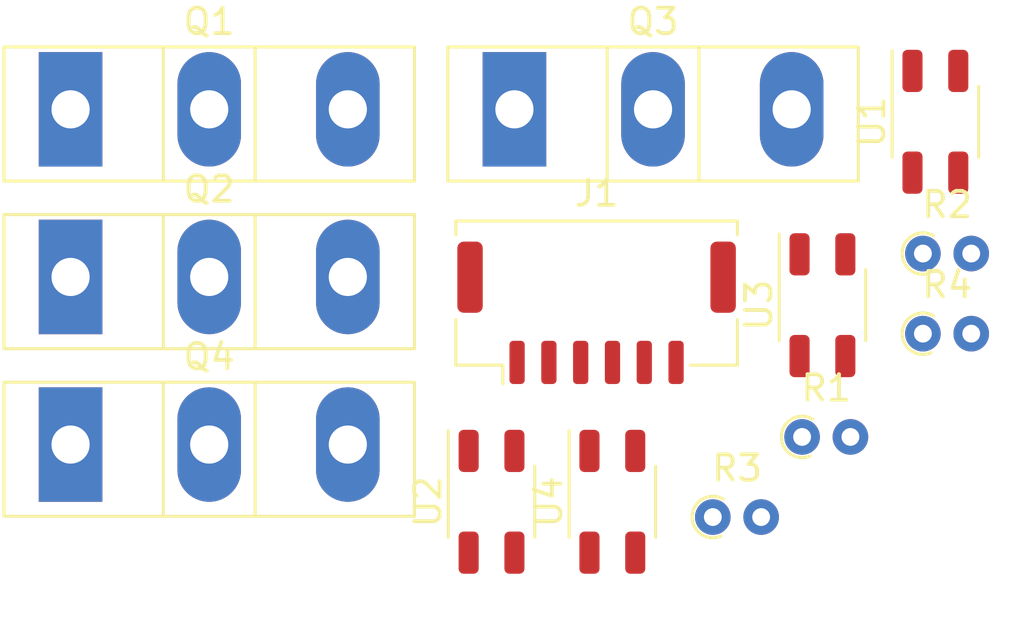
<source format=kicad_pcb>
(kicad_pcb (version 20171130) (host pcbnew 5.1.6)

  (general
    (thickness 1.6)
    (drawings 0)
    (tracks 0)
    (zones 0)
    (modules 13)
    (nets 15)
  )

  (page A4)
  (layers
    (0 F.Cu signal)
    (31 B.Cu signal)
    (32 B.Adhes user)
    (33 F.Adhes user)
    (34 B.Paste user)
    (35 F.Paste user)
    (36 B.SilkS user)
    (37 F.SilkS user)
    (38 B.Mask user)
    (39 F.Mask user)
    (40 Dwgs.User user)
    (41 Cmts.User user)
    (42 Eco1.User user)
    (43 Eco2.User user)
    (44 Edge.Cuts user)
    (45 Margin user)
    (46 B.CrtYd user)
    (47 F.CrtYd user)
    (48 B.Fab user)
    (49 F.Fab user)
  )

  (setup
    (last_trace_width 0.25)
    (trace_clearance 0.2)
    (zone_clearance 0.508)
    (zone_45_only no)
    (trace_min 0.2)
    (via_size 0.8)
    (via_drill 0.4)
    (via_min_size 0.4)
    (via_min_drill 0.3)
    (uvia_size 0.3)
    (uvia_drill 0.1)
    (uvias_allowed no)
    (uvia_min_size 0.2)
    (uvia_min_drill 0.1)
    (edge_width 0.05)
    (segment_width 0.2)
    (pcb_text_width 0.3)
    (pcb_text_size 1.5 1.5)
    (mod_edge_width 0.12)
    (mod_text_size 1 1)
    (mod_text_width 0.15)
    (pad_size 1.524 1.524)
    (pad_drill 0.762)
    (pad_to_mask_clearance 0.05)
    (aux_axis_origin 0 0)
    (visible_elements FFFFFF7F)
    (pcbplotparams
      (layerselection 0x010fc_ffffffff)
      (usegerberextensions false)
      (usegerberattributes true)
      (usegerberadvancedattributes true)
      (creategerberjobfile true)
      (excludeedgelayer true)
      (linewidth 0.100000)
      (plotframeref false)
      (viasonmask false)
      (mode 1)
      (useauxorigin false)
      (hpglpennumber 1)
      (hpglpenspeed 20)
      (hpglpendiameter 15.000000)
      (psnegative false)
      (psa4output false)
      (plotreference true)
      (plotvalue true)
      (plotinvisibletext false)
      (padsonsilk false)
      (subtractmaskfromsilk false)
      (outputformat 1)
      (mirror false)
      (drillshape 1)
      (scaleselection 1)
      (outputdirectory ""))
  )

  (net 0 "")
  (net 1 /sense2)
  (net 2 /sense1)
  (net 3 /row2)
  (net 4 /row1)
  (net 5 /col2)
  (net 6 /col1)
  (net 7 GND)
  (net 8 "Net-(Q1-Pad2)")
  (net 9 "Net-(Q2-Pad2)")
  (net 10 "Net-(Q3-Pad3)")
  (net 11 +5V)
  (net 12 "Net-(Q4-Pad3)")
  (net 13 "Net-(R1-Pad2)")
  (net 14 "Net-(R3-Pad2)")

  (net_class Default "This is the default net class."
    (clearance 0.2)
    (trace_width 0.25)
    (via_dia 0.8)
    (via_drill 0.4)
    (uvia_dia 0.3)
    (uvia_drill 0.1)
    (add_net +5V)
    (add_net /col1)
    (add_net /col2)
    (add_net /row1)
    (add_net /row2)
    (add_net /sense1)
    (add_net /sense2)
    (add_net GND)
    (add_net "Net-(Q1-Pad2)")
    (add_net "Net-(Q2-Pad2)")
    (add_net "Net-(Q3-Pad3)")
    (add_net "Net-(Q4-Pad3)")
    (add_net "Net-(R1-Pad2)")
    (add_net "Net-(R3-Pad2)")
  )

  (module OptoDevice:OnSemi_CASE100CY (layer F.Cu) (tedit 5B870A92) (tstamp 5F382268)
    (at 116.19 100.14)
    (descr "OnSemi CASE 100CY, light-direction upwards, see http://www.onsemi.com/pub/Collateral/QRE1113-D.PDF")
    (tags "refective opto couple photo coupler")
    (path /5F37E0E5)
    (attr smd)
    (fp_text reference U4 (at -2.5 0 90) (layer F.SilkS)
      (effects (font (size 1 1) (thickness 0.15)))
    )
    (fp_text value QRE1113 (at 0 3.9) (layer F.Fab)
      (effects (font (size 1 1) (thickness 0.15)))
    )
    (fp_text user %R (at 0 0.2) (layer F.Fab)
      (effects (font (size 0.75 0.75) (thickness 0.15)))
    )
    (fp_line (start 1.7 1.4) (end 1.7 -1.4) (layer F.SilkS) (width 0.12))
    (fp_line (start -1.7 1.4) (end -1.7 -2.8) (layer F.SilkS) (width 0.12))
    (fp_line (start -1.6 -0.8) (end -1.1 -1.3) (layer F.Fab) (width 0.1))
    (fp_line (start -1.1 -1.3) (end 1.6 -1.3) (layer F.Fab) (width 0.1))
    (fp_line (start -1.6 1.3) (end -1.6 -0.8) (layer F.Fab) (width 0.1))
    (fp_line (start 1.6 1.3) (end -1.6 1.3) (layer F.Fab) (width 0.1))
    (fp_line (start 1.6 -1.3) (end 1.6 1.3) (layer F.Fab) (width 0.1))
    (fp_line (start -1.85 -3.08) (end 1.85 -3.08) (layer F.CrtYd) (width 0.05))
    (fp_line (start -1.85 -3.08) (end -1.85 3.08) (layer F.CrtYd) (width 0.05))
    (fp_line (start 1.85 3.08) (end 1.85 -3.08) (layer F.CrtYd) (width 0.05))
    (fp_line (start 1.85 3.08) (end -1.85 3.08) (layer F.CrtYd) (width 0.05))
    (pad 4 smd roundrect (at 0.9 -2) (size 0.79 1.66) (layers F.Cu F.Paste F.Mask) (roundrect_rratio 0.25)
      (net 8 "Net-(Q1-Pad2)"))
    (pad 1 smd roundrect (at -0.9 -2) (size 0.79 1.66) (layers F.Cu F.Paste F.Mask) (roundrect_rratio 0.25)
      (net 14 "Net-(R3-Pad2)"))
    (pad 2 smd roundrect (at -0.9 2) (size 0.79 1.66) (layers F.Cu F.Paste F.Mask) (roundrect_rratio 0.25)
      (net 8 "Net-(Q1-Pad2)"))
    (pad 3 smd roundrect (at 0.9 2) (size 0.79 1.66) (layers F.Cu F.Paste F.Mask) (roundrect_rratio 0.25)
      (net 1 /sense2))
    (model ${KISYS3DMOD}/OptoDevice.3dshapes/OnSemi_CASE100CY.wrl
      (at (xyz 0 0 0))
      (scale (xyz 1 1 1))
      (rotate (xyz 0 0 0))
    )
  )

  (module OptoDevice:OnSemi_CASE100CY (layer F.Cu) (tedit 5B870A92) (tstamp 5F382254)
    (at 124.45 92.41)
    (descr "OnSemi CASE 100CY, light-direction upwards, see http://www.onsemi.com/pub/Collateral/QRE1113-D.PDF")
    (tags "refective opto couple photo coupler")
    (path /5F380254)
    (attr smd)
    (fp_text reference U3 (at -2.5 0 90) (layer F.SilkS)
      (effects (font (size 1 1) (thickness 0.15)))
    )
    (fp_text value QRE1113 (at 0 3.9) (layer F.Fab)
      (effects (font (size 1 1) (thickness 0.15)))
    )
    (fp_text user %R (at 0 0.2) (layer F.Fab)
      (effects (font (size 0.75 0.75) (thickness 0.15)))
    )
    (fp_line (start 1.7 1.4) (end 1.7 -1.4) (layer F.SilkS) (width 0.12))
    (fp_line (start -1.7 1.4) (end -1.7 -2.8) (layer F.SilkS) (width 0.12))
    (fp_line (start -1.6 -0.8) (end -1.1 -1.3) (layer F.Fab) (width 0.1))
    (fp_line (start -1.1 -1.3) (end 1.6 -1.3) (layer F.Fab) (width 0.1))
    (fp_line (start -1.6 1.3) (end -1.6 -0.8) (layer F.Fab) (width 0.1))
    (fp_line (start 1.6 1.3) (end -1.6 1.3) (layer F.Fab) (width 0.1))
    (fp_line (start 1.6 -1.3) (end 1.6 1.3) (layer F.Fab) (width 0.1))
    (fp_line (start -1.85 -3.08) (end 1.85 -3.08) (layer F.CrtYd) (width 0.05))
    (fp_line (start -1.85 -3.08) (end -1.85 3.08) (layer F.CrtYd) (width 0.05))
    (fp_line (start 1.85 3.08) (end 1.85 -3.08) (layer F.CrtYd) (width 0.05))
    (fp_line (start 1.85 3.08) (end -1.85 3.08) (layer F.CrtYd) (width 0.05))
    (pad 4 smd roundrect (at 0.9 -2) (size 0.79 1.66) (layers F.Cu F.Paste F.Mask) (roundrect_rratio 0.25)
      (net 9 "Net-(Q2-Pad2)"))
    (pad 1 smd roundrect (at -0.9 -2) (size 0.79 1.66) (layers F.Cu F.Paste F.Mask) (roundrect_rratio 0.25)
      (net 14 "Net-(R3-Pad2)"))
    (pad 2 smd roundrect (at -0.9 2) (size 0.79 1.66) (layers F.Cu F.Paste F.Mask) (roundrect_rratio 0.25)
      (net 9 "Net-(Q2-Pad2)"))
    (pad 3 smd roundrect (at 0.9 2) (size 0.79 1.66) (layers F.Cu F.Paste F.Mask) (roundrect_rratio 0.25)
      (net 1 /sense2))
    (model ${KISYS3DMOD}/OptoDevice.3dshapes/OnSemi_CASE100CY.wrl
      (at (xyz 0 0 0))
      (scale (xyz 1 1 1))
      (rotate (xyz 0 0 0))
    )
  )

  (module OptoDevice:OnSemi_CASE100CY (layer F.Cu) (tedit 5B870A92) (tstamp 5F382240)
    (at 111.44 100.14)
    (descr "OnSemi CASE 100CY, light-direction upwards, see http://www.onsemi.com/pub/Collateral/QRE1113-D.PDF")
    (tags "refective opto couple photo coupler")
    (path /5F37F0DD)
    (attr smd)
    (fp_text reference U2 (at -2.5 0 90) (layer F.SilkS)
      (effects (font (size 1 1) (thickness 0.15)))
    )
    (fp_text value QRE1113 (at 0 3.9) (layer F.Fab)
      (effects (font (size 1 1) (thickness 0.15)))
    )
    (fp_text user %R (at 0 0.2) (layer F.Fab)
      (effects (font (size 0.75 0.75) (thickness 0.15)))
    )
    (fp_line (start 1.7 1.4) (end 1.7 -1.4) (layer F.SilkS) (width 0.12))
    (fp_line (start -1.7 1.4) (end -1.7 -2.8) (layer F.SilkS) (width 0.12))
    (fp_line (start -1.6 -0.8) (end -1.1 -1.3) (layer F.Fab) (width 0.1))
    (fp_line (start -1.1 -1.3) (end 1.6 -1.3) (layer F.Fab) (width 0.1))
    (fp_line (start -1.6 1.3) (end -1.6 -0.8) (layer F.Fab) (width 0.1))
    (fp_line (start 1.6 1.3) (end -1.6 1.3) (layer F.Fab) (width 0.1))
    (fp_line (start 1.6 -1.3) (end 1.6 1.3) (layer F.Fab) (width 0.1))
    (fp_line (start -1.85 -3.08) (end 1.85 -3.08) (layer F.CrtYd) (width 0.05))
    (fp_line (start -1.85 -3.08) (end -1.85 3.08) (layer F.CrtYd) (width 0.05))
    (fp_line (start 1.85 3.08) (end 1.85 -3.08) (layer F.CrtYd) (width 0.05))
    (fp_line (start 1.85 3.08) (end -1.85 3.08) (layer F.CrtYd) (width 0.05))
    (pad 4 smd roundrect (at 0.9 -2) (size 0.79 1.66) (layers F.Cu F.Paste F.Mask) (roundrect_rratio 0.25)
      (net 9 "Net-(Q2-Pad2)"))
    (pad 1 smd roundrect (at -0.9 -2) (size 0.79 1.66) (layers F.Cu F.Paste F.Mask) (roundrect_rratio 0.25)
      (net 13 "Net-(R1-Pad2)"))
    (pad 2 smd roundrect (at -0.9 2) (size 0.79 1.66) (layers F.Cu F.Paste F.Mask) (roundrect_rratio 0.25)
      (net 9 "Net-(Q2-Pad2)"))
    (pad 3 smd roundrect (at 0.9 2) (size 0.79 1.66) (layers F.Cu F.Paste F.Mask) (roundrect_rratio 0.25)
      (net 2 /sense1))
    (model ${KISYS3DMOD}/OptoDevice.3dshapes/OnSemi_CASE100CY.wrl
      (at (xyz 0 0 0))
      (scale (xyz 1 1 1))
      (rotate (xyz 0 0 0))
    )
  )

  (module OptoDevice:OnSemi_CASE100CY (layer F.Cu) (tedit 5B870A92) (tstamp 5F38222C)
    (at 128.89 85.2)
    (descr "OnSemi CASE 100CY, light-direction upwards, see http://www.onsemi.com/pub/Collateral/QRE1113-D.PDF")
    (tags "refective opto couple photo coupler")
    (path /5F37C030)
    (attr smd)
    (fp_text reference U1 (at -2.5 0 90) (layer F.SilkS)
      (effects (font (size 1 1) (thickness 0.15)))
    )
    (fp_text value QRE1113 (at 0 3.9) (layer F.Fab)
      (effects (font (size 1 1) (thickness 0.15)))
    )
    (fp_text user %R (at 0 0.2) (layer F.Fab)
      (effects (font (size 0.75 0.75) (thickness 0.15)))
    )
    (fp_line (start 1.7 1.4) (end 1.7 -1.4) (layer F.SilkS) (width 0.12))
    (fp_line (start -1.7 1.4) (end -1.7 -2.8) (layer F.SilkS) (width 0.12))
    (fp_line (start -1.6 -0.8) (end -1.1 -1.3) (layer F.Fab) (width 0.1))
    (fp_line (start -1.1 -1.3) (end 1.6 -1.3) (layer F.Fab) (width 0.1))
    (fp_line (start -1.6 1.3) (end -1.6 -0.8) (layer F.Fab) (width 0.1))
    (fp_line (start 1.6 1.3) (end -1.6 1.3) (layer F.Fab) (width 0.1))
    (fp_line (start 1.6 -1.3) (end 1.6 1.3) (layer F.Fab) (width 0.1))
    (fp_line (start -1.85 -3.08) (end 1.85 -3.08) (layer F.CrtYd) (width 0.05))
    (fp_line (start -1.85 -3.08) (end -1.85 3.08) (layer F.CrtYd) (width 0.05))
    (fp_line (start 1.85 3.08) (end 1.85 -3.08) (layer F.CrtYd) (width 0.05))
    (fp_line (start 1.85 3.08) (end -1.85 3.08) (layer F.CrtYd) (width 0.05))
    (pad 4 smd roundrect (at 0.9 -2) (size 0.79 1.66) (layers F.Cu F.Paste F.Mask) (roundrect_rratio 0.25)
      (net 8 "Net-(Q1-Pad2)"))
    (pad 1 smd roundrect (at -0.9 -2) (size 0.79 1.66) (layers F.Cu F.Paste F.Mask) (roundrect_rratio 0.25)
      (net 13 "Net-(R1-Pad2)"))
    (pad 2 smd roundrect (at -0.9 2) (size 0.79 1.66) (layers F.Cu F.Paste F.Mask) (roundrect_rratio 0.25)
      (net 8 "Net-(Q1-Pad2)"))
    (pad 3 smd roundrect (at 0.9 2) (size 0.79 1.66) (layers F.Cu F.Paste F.Mask) (roundrect_rratio 0.25)
      (net 2 /sense1))
    (model ${KISYS3DMOD}/OptoDevice.3dshapes/OnSemi_CASE100CY.wrl
      (at (xyz 0 0 0))
      (scale (xyz 1 1 1))
      (rotate (xyz 0 0 0))
    )
  )

  (module Resistor_THT:R_Axial_DIN0204_L3.6mm_D1.6mm_P1.90mm_Vertical (layer F.Cu) (tedit 5AE5139B) (tstamp 5F382218)
    (at 128.4 93.53)
    (descr "Resistor, Axial_DIN0204 series, Axial, Vertical, pin pitch=1.9mm, 0.167W, length*diameter=3.6*1.6mm^2, http://cdn-reichelt.de/documents/datenblatt/B400/1_4W%23YAG.pdf")
    (tags "Resistor Axial_DIN0204 series Axial Vertical pin pitch 1.9mm 0.167W length 3.6mm diameter 1.6mm")
    (path /5F3851E4)
    (fp_text reference R4 (at 0.95 -1.92) (layer F.SilkS)
      (effects (font (size 1 1) (thickness 0.15)))
    )
    (fp_text value 10k (at 0.95 1.92) (layer F.Fab)
      (effects (font (size 1 1) (thickness 0.15)))
    )
    (fp_text user %R (at 0.95 -1.92) (layer F.Fab)
      (effects (font (size 1 1) (thickness 0.15)))
    )
    (fp_arc (start 0 0) (end 0.417133 -0.7) (angle -233.92106) (layer F.SilkS) (width 0.12))
    (fp_circle (center 0 0) (end 0.8 0) (layer F.Fab) (width 0.1))
    (fp_line (start 0 0) (end 1.9 0) (layer F.Fab) (width 0.1))
    (fp_line (start -1.05 -1.05) (end -1.05 1.05) (layer F.CrtYd) (width 0.05))
    (fp_line (start -1.05 1.05) (end 2.86 1.05) (layer F.CrtYd) (width 0.05))
    (fp_line (start 2.86 1.05) (end 2.86 -1.05) (layer F.CrtYd) (width 0.05))
    (fp_line (start 2.86 -1.05) (end -1.05 -1.05) (layer F.CrtYd) (width 0.05))
    (pad 2 thru_hole oval (at 1.9 0) (size 1.4 1.4) (drill 0.7) (layers *.Cu *.Mask)
      (net 1 /sense2))
    (pad 1 thru_hole circle (at 0 0) (size 1.4 1.4) (drill 0.7) (layers *.Cu *.Mask)
      (net 12 "Net-(Q4-Pad3)"))
    (model ${KISYS3DMOD}/Resistor_THT.3dshapes/R_Axial_DIN0204_L3.6mm_D1.6mm_P1.90mm_Vertical.wrl
      (at (xyz 0 0 0))
      (scale (xyz 1 1 1))
      (rotate (xyz 0 0 0))
    )
  )

  (module Resistor_THT:R_Axial_DIN0204_L3.6mm_D1.6mm_P1.90mm_Vertical (layer F.Cu) (tedit 5AE5139B) (tstamp 5F38220A)
    (at 120.14 100.74)
    (descr "Resistor, Axial_DIN0204 series, Axial, Vertical, pin pitch=1.9mm, 0.167W, length*diameter=3.6*1.6mm^2, http://cdn-reichelt.de/documents/datenblatt/B400/1_4W%23YAG.pdf")
    (tags "Resistor Axial_DIN0204 series Axial Vertical pin pitch 1.9mm 0.167W length 3.6mm diameter 1.6mm")
    (path /5F38475D)
    (fp_text reference R3 (at 0.95 -1.92) (layer F.SilkS)
      (effects (font (size 1 1) (thickness 0.15)))
    )
    (fp_text value 330 (at 0.95 1.92) (layer F.Fab)
      (effects (font (size 1 1) (thickness 0.15)))
    )
    (fp_text user %R (at 0.95 -1.92) (layer F.Fab)
      (effects (font (size 1 1) (thickness 0.15)))
    )
    (fp_arc (start 0 0) (end 0.417133 -0.7) (angle -233.92106) (layer F.SilkS) (width 0.12))
    (fp_circle (center 0 0) (end 0.8 0) (layer F.Fab) (width 0.1))
    (fp_line (start 0 0) (end 1.9 0) (layer F.Fab) (width 0.1))
    (fp_line (start -1.05 -1.05) (end -1.05 1.05) (layer F.CrtYd) (width 0.05))
    (fp_line (start -1.05 1.05) (end 2.86 1.05) (layer F.CrtYd) (width 0.05))
    (fp_line (start 2.86 1.05) (end 2.86 -1.05) (layer F.CrtYd) (width 0.05))
    (fp_line (start 2.86 -1.05) (end -1.05 -1.05) (layer F.CrtYd) (width 0.05))
    (pad 2 thru_hole oval (at 1.9 0) (size 1.4 1.4) (drill 0.7) (layers *.Cu *.Mask)
      (net 14 "Net-(R3-Pad2)"))
    (pad 1 thru_hole circle (at 0 0) (size 1.4 1.4) (drill 0.7) (layers *.Cu *.Mask)
      (net 12 "Net-(Q4-Pad3)"))
    (model ${KISYS3DMOD}/Resistor_THT.3dshapes/R_Axial_DIN0204_L3.6mm_D1.6mm_P1.90mm_Vertical.wrl
      (at (xyz 0 0 0))
      (scale (xyz 1 1 1))
      (rotate (xyz 0 0 0))
    )
  )

  (module Resistor_THT:R_Axial_DIN0204_L3.6mm_D1.6mm_P1.90mm_Vertical (layer F.Cu) (tedit 5AE5139B) (tstamp 5F3821FC)
    (at 128.4 90.38)
    (descr "Resistor, Axial_DIN0204 series, Axial, Vertical, pin pitch=1.9mm, 0.167W, length*diameter=3.6*1.6mm^2, http://cdn-reichelt.de/documents/datenblatt/B400/1_4W%23YAG.pdf")
    (tags "Resistor Axial_DIN0204 series Axial Vertical pin pitch 1.9mm 0.167W length 3.6mm diameter 1.6mm")
    (path /5F384DD2)
    (fp_text reference R2 (at 0.95 -1.92) (layer F.SilkS)
      (effects (font (size 1 1) (thickness 0.15)))
    )
    (fp_text value 10k (at 0.95 1.92) (layer F.Fab)
      (effects (font (size 1 1) (thickness 0.15)))
    )
    (fp_text user %R (at 0.95 -1.92) (layer F.Fab)
      (effects (font (size 1 1) (thickness 0.15)))
    )
    (fp_arc (start 0 0) (end 0.417133 -0.7) (angle -233.92106) (layer F.SilkS) (width 0.12))
    (fp_circle (center 0 0) (end 0.8 0) (layer F.Fab) (width 0.1))
    (fp_line (start 0 0) (end 1.9 0) (layer F.Fab) (width 0.1))
    (fp_line (start -1.05 -1.05) (end -1.05 1.05) (layer F.CrtYd) (width 0.05))
    (fp_line (start -1.05 1.05) (end 2.86 1.05) (layer F.CrtYd) (width 0.05))
    (fp_line (start 2.86 1.05) (end 2.86 -1.05) (layer F.CrtYd) (width 0.05))
    (fp_line (start 2.86 -1.05) (end -1.05 -1.05) (layer F.CrtYd) (width 0.05))
    (pad 2 thru_hole oval (at 1.9 0) (size 1.4 1.4) (drill 0.7) (layers *.Cu *.Mask)
      (net 2 /sense1))
    (pad 1 thru_hole circle (at 0 0) (size 1.4 1.4) (drill 0.7) (layers *.Cu *.Mask)
      (net 10 "Net-(Q3-Pad3)"))
    (model ${KISYS3DMOD}/Resistor_THT.3dshapes/R_Axial_DIN0204_L3.6mm_D1.6mm_P1.90mm_Vertical.wrl
      (at (xyz 0 0 0))
      (scale (xyz 1 1 1))
      (rotate (xyz 0 0 0))
    )
  )

  (module Resistor_THT:R_Axial_DIN0204_L3.6mm_D1.6mm_P1.90mm_Vertical (layer F.Cu) (tedit 5AE5139B) (tstamp 5F3821EE)
    (at 123.65 97.59)
    (descr "Resistor, Axial_DIN0204 series, Axial, Vertical, pin pitch=1.9mm, 0.167W, length*diameter=3.6*1.6mm^2, http://cdn-reichelt.de/documents/datenblatt/B400/1_4W%23YAG.pdf")
    (tags "Resistor Axial_DIN0204 series Axial Vertical pin pitch 1.9mm 0.167W length 3.6mm diameter 1.6mm")
    (path /5F383F48)
    (fp_text reference R1 (at 0.95 -1.92) (layer F.SilkS)
      (effects (font (size 1 1) (thickness 0.15)))
    )
    (fp_text value 330 (at 0.95 1.92) (layer F.Fab)
      (effects (font (size 1 1) (thickness 0.15)))
    )
    (fp_text user %R (at 0.95 -1.92) (layer F.Fab)
      (effects (font (size 1 1) (thickness 0.15)))
    )
    (fp_arc (start 0 0) (end 0.417133 -0.7) (angle -233.92106) (layer F.SilkS) (width 0.12))
    (fp_circle (center 0 0) (end 0.8 0) (layer F.Fab) (width 0.1))
    (fp_line (start 0 0) (end 1.9 0) (layer F.Fab) (width 0.1))
    (fp_line (start -1.05 -1.05) (end -1.05 1.05) (layer F.CrtYd) (width 0.05))
    (fp_line (start -1.05 1.05) (end 2.86 1.05) (layer F.CrtYd) (width 0.05))
    (fp_line (start 2.86 1.05) (end 2.86 -1.05) (layer F.CrtYd) (width 0.05))
    (fp_line (start 2.86 -1.05) (end -1.05 -1.05) (layer F.CrtYd) (width 0.05))
    (pad 2 thru_hole oval (at 1.9 0) (size 1.4 1.4) (drill 0.7) (layers *.Cu *.Mask)
      (net 13 "Net-(R1-Pad2)"))
    (pad 1 thru_hole circle (at 0 0) (size 1.4 1.4) (drill 0.7) (layers *.Cu *.Mask)
      (net 10 "Net-(Q3-Pad3)"))
    (model ${KISYS3DMOD}/Resistor_THT.3dshapes/R_Axial_DIN0204_L3.6mm_D1.6mm_P1.90mm_Vertical.wrl
      (at (xyz 0 0 0))
      (scale (xyz 1 1 1))
      (rotate (xyz 0 0 0))
    )
  )

  (module Package_TO_SOT_THT:TO-247-3_Vertical (layer F.Cu) (tedit 5AC86DC3) (tstamp 5F3821E0)
    (at 94.89 97.89)
    (descr "TO-247-3, Vertical, RM 5.45mm, see https://toshiba.semicon-storage.com/us/product/mosfet/to-247-4l.html")
    (tags "TO-247-3 Vertical RM 5.45mm")
    (path /5F3AB055)
    (fp_text reference Q4 (at 5.45 -3.45) (layer F.SilkS)
      (effects (font (size 1 1) (thickness 0.15)))
    )
    (fp_text value Q_NPN_BCE (at 5.45 3.95) (layer F.Fab)
      (effects (font (size 1 1) (thickness 0.15)))
    )
    (fp_text user %R (at 5.45 -3.45) (layer F.Fab)
      (effects (font (size 1 1) (thickness 0.15)))
    )
    (fp_line (start -2.5 -2.33) (end -2.5 2.7) (layer F.Fab) (width 0.1))
    (fp_line (start -2.5 2.7) (end 13.4 2.7) (layer F.Fab) (width 0.1))
    (fp_line (start 13.4 2.7) (end 13.4 -2.33) (layer F.Fab) (width 0.1))
    (fp_line (start 13.4 -2.33) (end -2.5 -2.33) (layer F.Fab) (width 0.1))
    (fp_line (start 3.645 -2.33) (end 3.645 2.7) (layer F.Fab) (width 0.1))
    (fp_line (start 7.255 -2.33) (end 7.255 2.7) (layer F.Fab) (width 0.1))
    (fp_line (start -2.62 -2.451) (end 13.52 -2.451) (layer F.SilkS) (width 0.12))
    (fp_line (start -2.62 2.82) (end 13.52 2.82) (layer F.SilkS) (width 0.12))
    (fp_line (start -2.62 -2.451) (end -2.62 2.82) (layer F.SilkS) (width 0.12))
    (fp_line (start 13.52 -2.451) (end 13.52 2.82) (layer F.SilkS) (width 0.12))
    (fp_line (start 3.646 -2.451) (end 3.646 2.82) (layer F.SilkS) (width 0.12))
    (fp_line (start 7.255 -2.451) (end 7.255 2.82) (layer F.SilkS) (width 0.12))
    (fp_line (start -2.75 -2.59) (end -2.75 2.95) (layer F.CrtYd) (width 0.05))
    (fp_line (start -2.75 2.95) (end 13.65 2.95) (layer F.CrtYd) (width 0.05))
    (fp_line (start 13.65 2.95) (end 13.65 -2.59) (layer F.CrtYd) (width 0.05))
    (fp_line (start 13.65 -2.59) (end -2.75 -2.59) (layer F.CrtYd) (width 0.05))
    (pad 3 thru_hole oval (at 10.9 0) (size 2.5 4.5) (drill 1.5) (layers *.Cu *.Mask)
      (net 12 "Net-(Q4-Pad3)"))
    (pad 2 thru_hole oval (at 5.45 0) (size 2.5 4.5) (drill 1.5) (layers *.Cu *.Mask)
      (net 11 +5V))
    (pad 1 thru_hole rect (at 0 0) (size 2.5 4.5) (drill 1.5) (layers *.Cu *.Mask)
      (net 5 /col2))
    (model ${KISYS3DMOD}/Package_TO_SOT_THT.3dshapes/TO-247-3_Vertical.wrl
      (at (xyz 0 0 0))
      (scale (xyz 1 1 1))
      (rotate (xyz 0 0 0))
    )
  )

  (module Package_TO_SOT_THT:TO-247-3_Vertical (layer F.Cu) (tedit 5AC86DC3) (tstamp 5F3821C8)
    (at 112.34 84.71)
    (descr "TO-247-3, Vertical, RM 5.45mm, see https://toshiba.semicon-storage.com/us/product/mosfet/to-247-4l.html")
    (tags "TO-247-3 Vertical RM 5.45mm")
    (path /5F3AA8C7)
    (fp_text reference Q3 (at 5.45 -3.45) (layer F.SilkS)
      (effects (font (size 1 1) (thickness 0.15)))
    )
    (fp_text value Q_NPN_BCE (at 5.45 3.95) (layer F.Fab)
      (effects (font (size 1 1) (thickness 0.15)))
    )
    (fp_text user %R (at 5.45 -3.45) (layer F.Fab)
      (effects (font (size 1 1) (thickness 0.15)))
    )
    (fp_line (start -2.5 -2.33) (end -2.5 2.7) (layer F.Fab) (width 0.1))
    (fp_line (start -2.5 2.7) (end 13.4 2.7) (layer F.Fab) (width 0.1))
    (fp_line (start 13.4 2.7) (end 13.4 -2.33) (layer F.Fab) (width 0.1))
    (fp_line (start 13.4 -2.33) (end -2.5 -2.33) (layer F.Fab) (width 0.1))
    (fp_line (start 3.645 -2.33) (end 3.645 2.7) (layer F.Fab) (width 0.1))
    (fp_line (start 7.255 -2.33) (end 7.255 2.7) (layer F.Fab) (width 0.1))
    (fp_line (start -2.62 -2.451) (end 13.52 -2.451) (layer F.SilkS) (width 0.12))
    (fp_line (start -2.62 2.82) (end 13.52 2.82) (layer F.SilkS) (width 0.12))
    (fp_line (start -2.62 -2.451) (end -2.62 2.82) (layer F.SilkS) (width 0.12))
    (fp_line (start 13.52 -2.451) (end 13.52 2.82) (layer F.SilkS) (width 0.12))
    (fp_line (start 3.646 -2.451) (end 3.646 2.82) (layer F.SilkS) (width 0.12))
    (fp_line (start 7.255 -2.451) (end 7.255 2.82) (layer F.SilkS) (width 0.12))
    (fp_line (start -2.75 -2.59) (end -2.75 2.95) (layer F.CrtYd) (width 0.05))
    (fp_line (start -2.75 2.95) (end 13.65 2.95) (layer F.CrtYd) (width 0.05))
    (fp_line (start 13.65 2.95) (end 13.65 -2.59) (layer F.CrtYd) (width 0.05))
    (fp_line (start 13.65 -2.59) (end -2.75 -2.59) (layer F.CrtYd) (width 0.05))
    (pad 3 thru_hole oval (at 10.9 0) (size 2.5 4.5) (drill 1.5) (layers *.Cu *.Mask)
      (net 10 "Net-(Q3-Pad3)"))
    (pad 2 thru_hole oval (at 5.45 0) (size 2.5 4.5) (drill 1.5) (layers *.Cu *.Mask)
      (net 11 +5V))
    (pad 1 thru_hole rect (at 0 0) (size 2.5 4.5) (drill 1.5) (layers *.Cu *.Mask)
      (net 6 /col1))
    (model ${KISYS3DMOD}/Package_TO_SOT_THT.3dshapes/TO-247-3_Vertical.wrl
      (at (xyz 0 0 0))
      (scale (xyz 1 1 1))
      (rotate (xyz 0 0 0))
    )
  )

  (module Package_TO_SOT_THT:TO-247-3_Vertical (layer F.Cu) (tedit 5AC86DC3) (tstamp 5F3821B0)
    (at 94.89 91.3)
    (descr "TO-247-3, Vertical, RM 5.45mm, see https://toshiba.semicon-storage.com/us/product/mosfet/to-247-4l.html")
    (tags "TO-247-3 Vertical RM 5.45mm")
    (path /5F3AC2D4)
    (fp_text reference Q2 (at 5.45 -3.45) (layer F.SilkS)
      (effects (font (size 1 1) (thickness 0.15)))
    )
    (fp_text value Q_NPN_BCE (at 5.45 3.95) (layer F.Fab)
      (effects (font (size 1 1) (thickness 0.15)))
    )
    (fp_text user %R (at 5.45 -3.45) (layer F.Fab)
      (effects (font (size 1 1) (thickness 0.15)))
    )
    (fp_line (start -2.5 -2.33) (end -2.5 2.7) (layer F.Fab) (width 0.1))
    (fp_line (start -2.5 2.7) (end 13.4 2.7) (layer F.Fab) (width 0.1))
    (fp_line (start 13.4 2.7) (end 13.4 -2.33) (layer F.Fab) (width 0.1))
    (fp_line (start 13.4 -2.33) (end -2.5 -2.33) (layer F.Fab) (width 0.1))
    (fp_line (start 3.645 -2.33) (end 3.645 2.7) (layer F.Fab) (width 0.1))
    (fp_line (start 7.255 -2.33) (end 7.255 2.7) (layer F.Fab) (width 0.1))
    (fp_line (start -2.62 -2.451) (end 13.52 -2.451) (layer F.SilkS) (width 0.12))
    (fp_line (start -2.62 2.82) (end 13.52 2.82) (layer F.SilkS) (width 0.12))
    (fp_line (start -2.62 -2.451) (end -2.62 2.82) (layer F.SilkS) (width 0.12))
    (fp_line (start 13.52 -2.451) (end 13.52 2.82) (layer F.SilkS) (width 0.12))
    (fp_line (start 3.646 -2.451) (end 3.646 2.82) (layer F.SilkS) (width 0.12))
    (fp_line (start 7.255 -2.451) (end 7.255 2.82) (layer F.SilkS) (width 0.12))
    (fp_line (start -2.75 -2.59) (end -2.75 2.95) (layer F.CrtYd) (width 0.05))
    (fp_line (start -2.75 2.95) (end 13.65 2.95) (layer F.CrtYd) (width 0.05))
    (fp_line (start 13.65 2.95) (end 13.65 -2.59) (layer F.CrtYd) (width 0.05))
    (fp_line (start 13.65 -2.59) (end -2.75 -2.59) (layer F.CrtYd) (width 0.05))
    (pad 3 thru_hole oval (at 10.9 0) (size 2.5 4.5) (drill 1.5) (layers *.Cu *.Mask)
      (net 7 GND))
    (pad 2 thru_hole oval (at 5.45 0) (size 2.5 4.5) (drill 1.5) (layers *.Cu *.Mask)
      (net 9 "Net-(Q2-Pad2)"))
    (pad 1 thru_hole rect (at 0 0) (size 2.5 4.5) (drill 1.5) (layers *.Cu *.Mask)
      (net 3 /row2))
    (model ${KISYS3DMOD}/Package_TO_SOT_THT.3dshapes/TO-247-3_Vertical.wrl
      (at (xyz 0 0 0))
      (scale (xyz 1 1 1))
      (rotate (xyz 0 0 0))
    )
  )

  (module Package_TO_SOT_THT:TO-247-3_Vertical (layer F.Cu) (tedit 5AC86DC3) (tstamp 5F382198)
    (at 94.89 84.71)
    (descr "TO-247-3, Vertical, RM 5.45mm, see https://toshiba.semicon-storage.com/us/product/mosfet/to-247-4l.html")
    (tags "TO-247-3 Vertical RM 5.45mm")
    (path /5F3ABC32)
    (fp_text reference Q1 (at 5.45 -3.45) (layer F.SilkS)
      (effects (font (size 1 1) (thickness 0.15)))
    )
    (fp_text value Q_NPN_BCE (at 5.45 3.95) (layer F.Fab)
      (effects (font (size 1 1) (thickness 0.15)))
    )
    (fp_text user %R (at 5.45 -3.45) (layer F.Fab)
      (effects (font (size 1 1) (thickness 0.15)))
    )
    (fp_line (start -2.5 -2.33) (end -2.5 2.7) (layer F.Fab) (width 0.1))
    (fp_line (start -2.5 2.7) (end 13.4 2.7) (layer F.Fab) (width 0.1))
    (fp_line (start 13.4 2.7) (end 13.4 -2.33) (layer F.Fab) (width 0.1))
    (fp_line (start 13.4 -2.33) (end -2.5 -2.33) (layer F.Fab) (width 0.1))
    (fp_line (start 3.645 -2.33) (end 3.645 2.7) (layer F.Fab) (width 0.1))
    (fp_line (start 7.255 -2.33) (end 7.255 2.7) (layer F.Fab) (width 0.1))
    (fp_line (start -2.62 -2.451) (end 13.52 -2.451) (layer F.SilkS) (width 0.12))
    (fp_line (start -2.62 2.82) (end 13.52 2.82) (layer F.SilkS) (width 0.12))
    (fp_line (start -2.62 -2.451) (end -2.62 2.82) (layer F.SilkS) (width 0.12))
    (fp_line (start 13.52 -2.451) (end 13.52 2.82) (layer F.SilkS) (width 0.12))
    (fp_line (start 3.646 -2.451) (end 3.646 2.82) (layer F.SilkS) (width 0.12))
    (fp_line (start 7.255 -2.451) (end 7.255 2.82) (layer F.SilkS) (width 0.12))
    (fp_line (start -2.75 -2.59) (end -2.75 2.95) (layer F.CrtYd) (width 0.05))
    (fp_line (start -2.75 2.95) (end 13.65 2.95) (layer F.CrtYd) (width 0.05))
    (fp_line (start 13.65 2.95) (end 13.65 -2.59) (layer F.CrtYd) (width 0.05))
    (fp_line (start 13.65 -2.59) (end -2.75 -2.59) (layer F.CrtYd) (width 0.05))
    (pad 3 thru_hole oval (at 10.9 0) (size 2.5 4.5) (drill 1.5) (layers *.Cu *.Mask)
      (net 7 GND))
    (pad 2 thru_hole oval (at 5.45 0) (size 2.5 4.5) (drill 1.5) (layers *.Cu *.Mask)
      (net 8 "Net-(Q1-Pad2)"))
    (pad 1 thru_hole rect (at 0 0) (size 2.5 4.5) (drill 1.5) (layers *.Cu *.Mask)
      (net 4 /row1))
    (model ${KISYS3DMOD}/Package_TO_SOT_THT.3dshapes/TO-247-3_Vertical.wrl
      (at (xyz 0 0 0))
      (scale (xyz 1 1 1))
      (rotate (xyz 0 0 0))
    )
  )

  (module Connector_Molex:Molex_CLIK-Mate_502382-0670_1x06-1MP_P1.25mm_Vertical (layer F.Cu) (tedit 5B78AD89) (tstamp 5F382180)
    (at 115.57 92.71)
    (descr "Molex CLIK-Mate series connector, 502382-0670 (http://www.molex.com/pdm_docs/sd/5023820270_sd.pdf), generated with kicad-footprint-generator")
    (tags "connector Molex CLIK-Mate side entry")
    (path /5F3A336D)
    (attr smd)
    (fp_text reference J1 (at 0 -4.7) (layer F.SilkS)
      (effects (font (size 1 1) (thickness 0.15)))
    )
    (fp_text value Conn_01x06_Male (at 0 4) (layer F.Fab)
      (effects (font (size 1 1) (thickness 0.15)))
    )
    (fp_text user %R (at 0 -0.77) (layer F.Fab)
      (effects (font (size 1 1) (thickness 0.15)))
    )
    (fp_line (start -5.425 1.95) (end 5.425 1.95) (layer F.Fab) (width 0.1))
    (fp_line (start -5.535 0.26) (end -5.535 2.06) (layer F.SilkS) (width 0.12))
    (fp_line (start -5.535 2.06) (end -3.685 2.06) (layer F.SilkS) (width 0.12))
    (fp_line (start -3.685 2.06) (end -3.685 2.8) (layer F.SilkS) (width 0.12))
    (fp_line (start 5.535 0.26) (end 5.535 2.06) (layer F.SilkS) (width 0.12))
    (fp_line (start 5.535 2.06) (end 3.685 2.06) (layer F.SilkS) (width 0.12))
    (fp_line (start -5.535 -3.06) (end -5.535 -3.61) (layer F.SilkS) (width 0.12))
    (fp_line (start -5.535 -3.61) (end 5.535 -3.61) (layer F.SilkS) (width 0.12))
    (fp_line (start 5.535 -3.61) (end 5.535 -3.06) (layer F.SilkS) (width 0.12))
    (fp_line (start -5.425 -3.5) (end 5.425 -3.5) (layer F.Fab) (width 0.1))
    (fp_line (start -5.425 1.95) (end -5.425 -3.5) (layer F.Fab) (width 0.1))
    (fp_line (start 5.425 1.95) (end 5.425 -3.5) (layer F.Fab) (width 0.1))
    (fp_line (start -5.98 -4) (end -5.98 3.3) (layer F.CrtYd) (width 0.05))
    (fp_line (start -5.98 3.3) (end 5.98 3.3) (layer F.CrtYd) (width 0.05))
    (fp_line (start 5.98 3.3) (end 5.98 -4) (layer F.CrtYd) (width 0.05))
    (fp_line (start 5.98 -4) (end -5.98 -4) (layer F.CrtYd) (width 0.05))
    (fp_line (start -3.625 1.95) (end -3.125 1.242893) (layer F.Fab) (width 0.1))
    (fp_line (start -3.125 1.242893) (end -2.625 1.95) (layer F.Fab) (width 0.1))
    (pad MP smd roundrect (at 4.975 -1.4) (size 1 2.8) (layers F.Cu F.Paste F.Mask) (roundrect_rratio 0.25))
    (pad MP smd roundrect (at -4.975 -1.4) (size 1 2.8) (layers F.Cu F.Paste F.Mask) (roundrect_rratio 0.25))
    (pad 6 smd roundrect (at 3.125 1.95) (size 0.6 1.7) (layers F.Cu F.Paste F.Mask) (roundrect_rratio 0.25)
      (net 1 /sense2))
    (pad 5 smd roundrect (at 1.875 1.95) (size 0.6 1.7) (layers F.Cu F.Paste F.Mask) (roundrect_rratio 0.25)
      (net 2 /sense1))
    (pad 4 smd roundrect (at 0.625 1.95) (size 0.6 1.7) (layers F.Cu F.Paste F.Mask) (roundrect_rratio 0.25)
      (net 3 /row2))
    (pad 3 smd roundrect (at -0.625 1.95) (size 0.6 1.7) (layers F.Cu F.Paste F.Mask) (roundrect_rratio 0.25)
      (net 4 /row1))
    (pad 2 smd roundrect (at -1.875 1.95) (size 0.6 1.7) (layers F.Cu F.Paste F.Mask) (roundrect_rratio 0.25)
      (net 5 /col2))
    (pad 1 smd roundrect (at -3.125 1.95) (size 0.6 1.7) (layers F.Cu F.Paste F.Mask) (roundrect_rratio 0.25)
      (net 6 /col1))
    (model ${KISYS3DMOD}/Connector_Molex.3dshapes/Molex_CLIK-Mate_502382-0670_1x06-1MP_P1.25mm_Vertical.wrl
      (at (xyz 0 0 0))
      (scale (xyz 1 1 1))
      (rotate (xyz 0 0 0))
    )
  )

)

</source>
